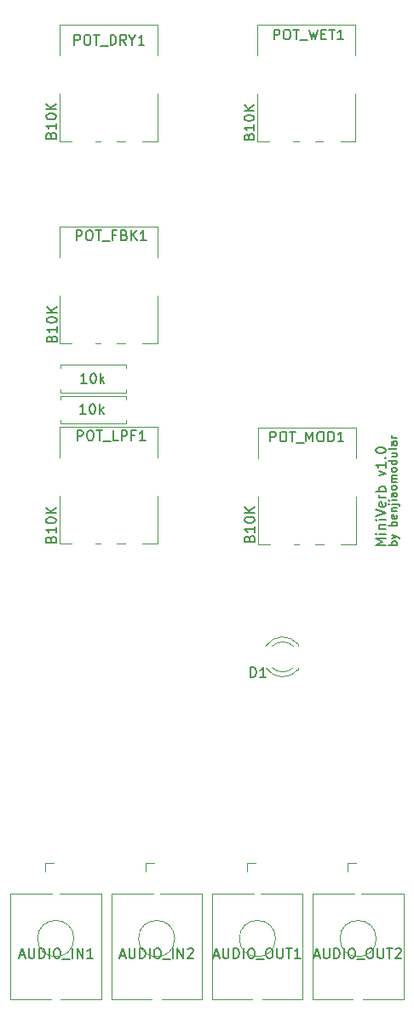
<source format=gbr>
%TF.GenerationSoftware,KiCad,Pcbnew,6.0.10+dfsg-1~bpo11+1*%
%TF.CreationDate,2023-02-01T14:50:13+08:00*%
%TF.ProjectId,MiniVerb - Main,4d696e69-5665-4726-9220-2d204d61696e,rev?*%
%TF.SameCoordinates,Original*%
%TF.FileFunction,Legend,Top*%
%TF.FilePolarity,Positive*%
%FSLAX46Y46*%
G04 Gerber Fmt 4.6, Leading zero omitted, Abs format (unit mm)*
G04 Created by KiCad (PCBNEW 6.0.10+dfsg-1~bpo11+1) date 2023-02-01 14:50:13*
%MOMM*%
%LPD*%
G01*
G04 APERTURE LIST*
%ADD10C,0.150000*%
%ADD11C,0.120000*%
G04 APERTURE END LIST*
D10*
X112742380Y-102803333D02*
X111742380Y-102803333D01*
X112456666Y-102470000D01*
X111742380Y-102136666D01*
X112742380Y-102136666D01*
X112742380Y-101660476D02*
X112075714Y-101660476D01*
X111742380Y-101660476D02*
X111790000Y-101708095D01*
X111837619Y-101660476D01*
X111790000Y-101612857D01*
X111742380Y-101660476D01*
X111837619Y-101660476D01*
X112075714Y-101184285D02*
X112742380Y-101184285D01*
X112170952Y-101184285D02*
X112123333Y-101136666D01*
X112075714Y-101041428D01*
X112075714Y-100898571D01*
X112123333Y-100803333D01*
X112218571Y-100755714D01*
X112742380Y-100755714D01*
X112742380Y-100279523D02*
X112075714Y-100279523D01*
X111742380Y-100279523D02*
X111790000Y-100327142D01*
X111837619Y-100279523D01*
X111790000Y-100231904D01*
X111742380Y-100279523D01*
X111837619Y-100279523D01*
X111742380Y-99946190D02*
X112742380Y-99612857D01*
X111742380Y-99279523D01*
X112694761Y-98565238D02*
X112742380Y-98660476D01*
X112742380Y-98850952D01*
X112694761Y-98946190D01*
X112599523Y-98993809D01*
X112218571Y-98993809D01*
X112123333Y-98946190D01*
X112075714Y-98850952D01*
X112075714Y-98660476D01*
X112123333Y-98565238D01*
X112218571Y-98517619D01*
X112313809Y-98517619D01*
X112409047Y-98993809D01*
X112742380Y-98089047D02*
X112075714Y-98089047D01*
X112266190Y-98089047D02*
X112170952Y-98041428D01*
X112123333Y-97993809D01*
X112075714Y-97898571D01*
X112075714Y-97803333D01*
X112742380Y-97470000D02*
X111742380Y-97470000D01*
X112123333Y-97470000D02*
X112075714Y-97374761D01*
X112075714Y-97184285D01*
X112123333Y-97089047D01*
X112170952Y-97041428D01*
X112266190Y-96993809D01*
X112551904Y-96993809D01*
X112647142Y-97041428D01*
X112694761Y-97089047D01*
X112742380Y-97184285D01*
X112742380Y-97374761D01*
X112694761Y-97470000D01*
X112075714Y-95898571D02*
X112742380Y-95660476D01*
X112075714Y-95422380D01*
X112742380Y-94517619D02*
X112742380Y-95089047D01*
X112742380Y-94803333D02*
X111742380Y-94803333D01*
X111885238Y-94898571D01*
X111980476Y-94993809D01*
X112028095Y-95089047D01*
X112647142Y-94089047D02*
X112694761Y-94041428D01*
X112742380Y-94089047D01*
X112694761Y-94136666D01*
X112647142Y-94089047D01*
X112742380Y-94089047D01*
X111742380Y-93422380D02*
X111742380Y-93327142D01*
X111790000Y-93231904D01*
X111837619Y-93184285D01*
X111932857Y-93136666D01*
X112123333Y-93089047D01*
X112361428Y-93089047D01*
X112551904Y-93136666D01*
X112647142Y-93184285D01*
X112694761Y-93231904D01*
X112742380Y-93327142D01*
X112742380Y-93422380D01*
X112694761Y-93517619D01*
X112647142Y-93565238D01*
X112551904Y-93612857D01*
X112361428Y-93660476D01*
X112123333Y-93660476D01*
X111932857Y-93612857D01*
X111837619Y-93565238D01*
X111790000Y-93517619D01*
X111742380Y-93422380D01*
X113851904Y-102800476D02*
X113051904Y-102800476D01*
X113356666Y-102800476D02*
X113318571Y-102724285D01*
X113318571Y-102571904D01*
X113356666Y-102495714D01*
X113394761Y-102457619D01*
X113470952Y-102419523D01*
X113699523Y-102419523D01*
X113775714Y-102457619D01*
X113813809Y-102495714D01*
X113851904Y-102571904D01*
X113851904Y-102724285D01*
X113813809Y-102800476D01*
X113318571Y-102152857D02*
X113851904Y-101962380D01*
X113318571Y-101771904D02*
X113851904Y-101962380D01*
X114042380Y-102038571D01*
X114080476Y-102076666D01*
X114118571Y-102152857D01*
X113851904Y-100857619D02*
X113051904Y-100857619D01*
X113356666Y-100857619D02*
X113318571Y-100781428D01*
X113318571Y-100629047D01*
X113356666Y-100552857D01*
X113394761Y-100514761D01*
X113470952Y-100476666D01*
X113699523Y-100476666D01*
X113775714Y-100514761D01*
X113813809Y-100552857D01*
X113851904Y-100629047D01*
X113851904Y-100781428D01*
X113813809Y-100857619D01*
X113813809Y-99829047D02*
X113851904Y-99905238D01*
X113851904Y-100057619D01*
X113813809Y-100133809D01*
X113737619Y-100171904D01*
X113432857Y-100171904D01*
X113356666Y-100133809D01*
X113318571Y-100057619D01*
X113318571Y-99905238D01*
X113356666Y-99829047D01*
X113432857Y-99790952D01*
X113509047Y-99790952D01*
X113585238Y-100171904D01*
X113318571Y-99448095D02*
X113851904Y-99448095D01*
X113394761Y-99448095D02*
X113356666Y-99410000D01*
X113318571Y-99333809D01*
X113318571Y-99219523D01*
X113356666Y-99143333D01*
X113432857Y-99105238D01*
X113851904Y-99105238D01*
X113318571Y-98724285D02*
X114004285Y-98724285D01*
X114080476Y-98762380D01*
X114118571Y-98838571D01*
X114118571Y-98876666D01*
X113051904Y-98724285D02*
X113090000Y-98762380D01*
X113128095Y-98724285D01*
X113090000Y-98686190D01*
X113051904Y-98724285D01*
X113128095Y-98724285D01*
X113851904Y-98343333D02*
X113318571Y-98343333D01*
X113051904Y-98343333D02*
X113090000Y-98381428D01*
X113128095Y-98343333D01*
X113090000Y-98305238D01*
X113051904Y-98343333D01*
X113128095Y-98343333D01*
X113851904Y-97619523D02*
X113432857Y-97619523D01*
X113356666Y-97657619D01*
X113318571Y-97733809D01*
X113318571Y-97886190D01*
X113356666Y-97962380D01*
X113813809Y-97619523D02*
X113851904Y-97695714D01*
X113851904Y-97886190D01*
X113813809Y-97962380D01*
X113737619Y-98000476D01*
X113661428Y-98000476D01*
X113585238Y-97962380D01*
X113547142Y-97886190D01*
X113547142Y-97695714D01*
X113509047Y-97619523D01*
X113851904Y-97124285D02*
X113813809Y-97200476D01*
X113775714Y-97238571D01*
X113699523Y-97276666D01*
X113470952Y-97276666D01*
X113394761Y-97238571D01*
X113356666Y-97200476D01*
X113318571Y-97124285D01*
X113318571Y-97010000D01*
X113356666Y-96933809D01*
X113394761Y-96895714D01*
X113470952Y-96857619D01*
X113699523Y-96857619D01*
X113775714Y-96895714D01*
X113813809Y-96933809D01*
X113851904Y-97010000D01*
X113851904Y-97124285D01*
X113851904Y-96514761D02*
X113318571Y-96514761D01*
X113394761Y-96514761D02*
X113356666Y-96476666D01*
X113318571Y-96400476D01*
X113318571Y-96286190D01*
X113356666Y-96210000D01*
X113432857Y-96171904D01*
X113851904Y-96171904D01*
X113432857Y-96171904D02*
X113356666Y-96133809D01*
X113318571Y-96057619D01*
X113318571Y-95943333D01*
X113356666Y-95867142D01*
X113432857Y-95829047D01*
X113851904Y-95829047D01*
X113851904Y-95333809D02*
X113813809Y-95410000D01*
X113775714Y-95448095D01*
X113699523Y-95486190D01*
X113470952Y-95486190D01*
X113394761Y-95448095D01*
X113356666Y-95410000D01*
X113318571Y-95333809D01*
X113318571Y-95219523D01*
X113356666Y-95143333D01*
X113394761Y-95105238D01*
X113470952Y-95067142D01*
X113699523Y-95067142D01*
X113775714Y-95105238D01*
X113813809Y-95143333D01*
X113851904Y-95219523D01*
X113851904Y-95333809D01*
X113851904Y-94381428D02*
X113051904Y-94381428D01*
X113813809Y-94381428D02*
X113851904Y-94457619D01*
X113851904Y-94610000D01*
X113813809Y-94686190D01*
X113775714Y-94724285D01*
X113699523Y-94762380D01*
X113470952Y-94762380D01*
X113394761Y-94724285D01*
X113356666Y-94686190D01*
X113318571Y-94610000D01*
X113318571Y-94457619D01*
X113356666Y-94381428D01*
X113318571Y-93657619D02*
X113851904Y-93657619D01*
X113318571Y-94000476D02*
X113737619Y-94000476D01*
X113813809Y-93962380D01*
X113851904Y-93886190D01*
X113851904Y-93771904D01*
X113813809Y-93695714D01*
X113775714Y-93657619D01*
X113851904Y-93162380D02*
X113813809Y-93238571D01*
X113737619Y-93276666D01*
X113051904Y-93276666D01*
X113851904Y-92514761D02*
X113432857Y-92514761D01*
X113356666Y-92552857D01*
X113318571Y-92629047D01*
X113318571Y-92781428D01*
X113356666Y-92857619D01*
X113813809Y-92514761D02*
X113851904Y-92590952D01*
X113851904Y-92781428D01*
X113813809Y-92857619D01*
X113737619Y-92895714D01*
X113661428Y-92895714D01*
X113585238Y-92857619D01*
X113547142Y-92781428D01*
X113547142Y-92590952D01*
X113509047Y-92514761D01*
X113851904Y-92133809D02*
X113318571Y-92133809D01*
X113470952Y-92133809D02*
X113394761Y-92095714D01*
X113356666Y-92057619D01*
X113318571Y-91981428D01*
X113318571Y-91905238D01*
%TO.C,AUDIO_OUT1*%
X95660379Y-143569578D02*
X96136569Y-143569578D01*
X95565141Y-143855292D02*
X95898474Y-142855292D01*
X96231807Y-143855292D01*
X96565141Y-142855292D02*
X96565141Y-143664816D01*
X96612760Y-143760054D01*
X96660379Y-143807673D01*
X96755617Y-143855292D01*
X96946093Y-143855292D01*
X97041331Y-143807673D01*
X97088950Y-143760054D01*
X97136569Y-143664816D01*
X97136569Y-142855292D01*
X97612760Y-143855292D02*
X97612760Y-142855292D01*
X97850855Y-142855292D01*
X97993712Y-142902912D01*
X98088950Y-142998150D01*
X98136569Y-143093388D01*
X98184188Y-143283864D01*
X98184188Y-143426721D01*
X98136569Y-143617197D01*
X98088950Y-143712435D01*
X97993712Y-143807673D01*
X97850855Y-143855292D01*
X97612760Y-143855292D01*
X98612760Y-143855292D02*
X98612760Y-142855292D01*
X99279426Y-142855292D02*
X99469903Y-142855292D01*
X99565141Y-142902912D01*
X99660379Y-142998150D01*
X99707998Y-143188626D01*
X99707998Y-143521959D01*
X99660379Y-143712435D01*
X99565141Y-143807673D01*
X99469903Y-143855292D01*
X99279426Y-143855292D01*
X99184188Y-143807673D01*
X99088950Y-143712435D01*
X99041331Y-143521959D01*
X99041331Y-143188626D01*
X99088950Y-142998150D01*
X99184188Y-142902912D01*
X99279426Y-142855292D01*
X99898474Y-143950531D02*
X100660379Y-143950531D01*
X101088950Y-142855292D02*
X101279426Y-142855292D01*
X101374664Y-142902912D01*
X101469903Y-142998150D01*
X101517522Y-143188626D01*
X101517522Y-143521959D01*
X101469903Y-143712435D01*
X101374664Y-143807673D01*
X101279426Y-143855292D01*
X101088950Y-143855292D01*
X100993712Y-143807673D01*
X100898474Y-143712435D01*
X100850855Y-143521959D01*
X100850855Y-143188626D01*
X100898474Y-142998150D01*
X100993712Y-142902912D01*
X101088950Y-142855292D01*
X101946093Y-142855292D02*
X101946093Y-143664816D01*
X101993712Y-143760054D01*
X102041331Y-143807673D01*
X102136569Y-143855292D01*
X102327045Y-143855292D01*
X102422283Y-143807673D01*
X102469903Y-143760054D01*
X102517522Y-143664816D01*
X102517522Y-142855292D01*
X102850855Y-142855292D02*
X103422283Y-142855292D01*
X103136569Y-143855292D02*
X103136569Y-142855292D01*
X104279426Y-143855292D02*
X103707998Y-143855292D01*
X103993712Y-143855292D02*
X103993712Y-142855292D01*
X103898474Y-142998150D01*
X103803236Y-143093388D01*
X103707998Y-143141007D01*
%TO.C,POT_FBK1*%
X81997619Y-72502380D02*
X81997619Y-71502380D01*
X82378571Y-71502380D01*
X82473809Y-71550000D01*
X82521428Y-71597619D01*
X82569047Y-71692857D01*
X82569047Y-71835714D01*
X82521428Y-71930952D01*
X82473809Y-71978571D01*
X82378571Y-72026190D01*
X81997619Y-72026190D01*
X83188095Y-71502380D02*
X83378571Y-71502380D01*
X83473809Y-71550000D01*
X83569047Y-71645238D01*
X83616666Y-71835714D01*
X83616666Y-72169047D01*
X83569047Y-72359523D01*
X83473809Y-72454761D01*
X83378571Y-72502380D01*
X83188095Y-72502380D01*
X83092857Y-72454761D01*
X82997619Y-72359523D01*
X82950000Y-72169047D01*
X82950000Y-71835714D01*
X82997619Y-71645238D01*
X83092857Y-71550000D01*
X83188095Y-71502380D01*
X83902380Y-71502380D02*
X84473809Y-71502380D01*
X84188095Y-72502380D02*
X84188095Y-71502380D01*
X84569047Y-72597619D02*
X85330952Y-72597619D01*
X85902380Y-71978571D02*
X85569047Y-71978571D01*
X85569047Y-72502380D02*
X85569047Y-71502380D01*
X86045238Y-71502380D01*
X86759523Y-71978571D02*
X86902380Y-72026190D01*
X86950000Y-72073809D01*
X86997619Y-72169047D01*
X86997619Y-72311904D01*
X86950000Y-72407142D01*
X86902380Y-72454761D01*
X86807142Y-72502380D01*
X86426190Y-72502380D01*
X86426190Y-71502380D01*
X86759523Y-71502380D01*
X86854761Y-71550000D01*
X86902380Y-71597619D01*
X86950000Y-71692857D01*
X86950000Y-71788095D01*
X86902380Y-71883333D01*
X86854761Y-71930952D01*
X86759523Y-71978571D01*
X86426190Y-71978571D01*
X87426190Y-72502380D02*
X87426190Y-71502380D01*
X87997619Y-72502380D02*
X87569047Y-71930952D01*
X87997619Y-71502380D02*
X87426190Y-72073809D01*
X88950000Y-72502380D02*
X88378571Y-72502380D01*
X88664285Y-72502380D02*
X88664285Y-71502380D01*
X88569047Y-71645238D01*
X88473809Y-71740476D01*
X88378571Y-71788095D01*
X79528571Y-82255952D02*
X79576190Y-82113095D01*
X79623809Y-82065476D01*
X79719047Y-82017857D01*
X79861904Y-82017857D01*
X79957142Y-82065476D01*
X80004761Y-82113095D01*
X80052380Y-82208333D01*
X80052380Y-82589285D01*
X79052380Y-82589285D01*
X79052380Y-82255952D01*
X79100000Y-82160714D01*
X79147619Y-82113095D01*
X79242857Y-82065476D01*
X79338095Y-82065476D01*
X79433333Y-82113095D01*
X79480952Y-82160714D01*
X79528571Y-82255952D01*
X79528571Y-82589285D01*
X80052380Y-81065476D02*
X80052380Y-81636904D01*
X80052380Y-81351190D02*
X79052380Y-81351190D01*
X79195238Y-81446428D01*
X79290476Y-81541666D01*
X79338095Y-81636904D01*
X79052380Y-80446428D02*
X79052380Y-80351190D01*
X79100000Y-80255952D01*
X79147619Y-80208333D01*
X79242857Y-80160714D01*
X79433333Y-80113095D01*
X79671428Y-80113095D01*
X79861904Y-80160714D01*
X79957142Y-80208333D01*
X80004761Y-80255952D01*
X80052380Y-80351190D01*
X80052380Y-80446428D01*
X80004761Y-80541666D01*
X79957142Y-80589285D01*
X79861904Y-80636904D01*
X79671428Y-80684523D01*
X79433333Y-80684523D01*
X79242857Y-80636904D01*
X79147619Y-80589285D01*
X79100000Y-80541666D01*
X79052380Y-80446428D01*
X80052380Y-79684523D02*
X79052380Y-79684523D01*
X80052380Y-79113095D02*
X79480952Y-79541666D01*
X79052380Y-79113095D02*
X79623809Y-79684523D01*
%TO.C,POT_DRY1*%
X81802619Y-53072380D02*
X81802619Y-52072380D01*
X82183571Y-52072380D01*
X82278809Y-52120000D01*
X82326428Y-52167619D01*
X82374047Y-52262857D01*
X82374047Y-52405714D01*
X82326428Y-52500952D01*
X82278809Y-52548571D01*
X82183571Y-52596190D01*
X81802619Y-52596190D01*
X82993095Y-52072380D02*
X83183571Y-52072380D01*
X83278809Y-52120000D01*
X83374047Y-52215238D01*
X83421666Y-52405714D01*
X83421666Y-52739047D01*
X83374047Y-52929523D01*
X83278809Y-53024761D01*
X83183571Y-53072380D01*
X82993095Y-53072380D01*
X82897857Y-53024761D01*
X82802619Y-52929523D01*
X82755000Y-52739047D01*
X82755000Y-52405714D01*
X82802619Y-52215238D01*
X82897857Y-52120000D01*
X82993095Y-52072380D01*
X83707380Y-52072380D02*
X84278809Y-52072380D01*
X83993095Y-53072380D02*
X83993095Y-52072380D01*
X84374047Y-53167619D02*
X85135952Y-53167619D01*
X85374047Y-53072380D02*
X85374047Y-52072380D01*
X85612142Y-52072380D01*
X85755000Y-52120000D01*
X85850238Y-52215238D01*
X85897857Y-52310476D01*
X85945476Y-52500952D01*
X85945476Y-52643809D01*
X85897857Y-52834285D01*
X85850238Y-52929523D01*
X85755000Y-53024761D01*
X85612142Y-53072380D01*
X85374047Y-53072380D01*
X86945476Y-53072380D02*
X86612142Y-52596190D01*
X86374047Y-53072380D02*
X86374047Y-52072380D01*
X86755000Y-52072380D01*
X86850238Y-52120000D01*
X86897857Y-52167619D01*
X86945476Y-52262857D01*
X86945476Y-52405714D01*
X86897857Y-52500952D01*
X86850238Y-52548571D01*
X86755000Y-52596190D01*
X86374047Y-52596190D01*
X87564523Y-52596190D02*
X87564523Y-53072380D01*
X87231190Y-52072380D02*
X87564523Y-52596190D01*
X87897857Y-52072380D01*
X88755000Y-53072380D02*
X88183571Y-53072380D01*
X88469285Y-53072380D02*
X88469285Y-52072380D01*
X88374047Y-52215238D01*
X88278809Y-52310476D01*
X88183571Y-52358095D01*
X79453571Y-62055952D02*
X79501190Y-61913095D01*
X79548809Y-61865476D01*
X79644047Y-61817857D01*
X79786904Y-61817857D01*
X79882142Y-61865476D01*
X79929761Y-61913095D01*
X79977380Y-62008333D01*
X79977380Y-62389285D01*
X78977380Y-62389285D01*
X78977380Y-62055952D01*
X79025000Y-61960714D01*
X79072619Y-61913095D01*
X79167857Y-61865476D01*
X79263095Y-61865476D01*
X79358333Y-61913095D01*
X79405952Y-61960714D01*
X79453571Y-62055952D01*
X79453571Y-62389285D01*
X79977380Y-60865476D02*
X79977380Y-61436904D01*
X79977380Y-61151190D02*
X78977380Y-61151190D01*
X79120238Y-61246428D01*
X79215476Y-61341666D01*
X79263095Y-61436904D01*
X78977380Y-60246428D02*
X78977380Y-60151190D01*
X79025000Y-60055952D01*
X79072619Y-60008333D01*
X79167857Y-59960714D01*
X79358333Y-59913095D01*
X79596428Y-59913095D01*
X79786904Y-59960714D01*
X79882142Y-60008333D01*
X79929761Y-60055952D01*
X79977380Y-60151190D01*
X79977380Y-60246428D01*
X79929761Y-60341666D01*
X79882142Y-60389285D01*
X79786904Y-60436904D01*
X79596428Y-60484523D01*
X79358333Y-60484523D01*
X79167857Y-60436904D01*
X79072619Y-60389285D01*
X79025000Y-60341666D01*
X78977380Y-60246428D01*
X79977380Y-59484523D02*
X78977380Y-59484523D01*
X79977380Y-58913095D02*
X79405952Y-59341666D01*
X78977380Y-58913095D02*
X79548809Y-59484523D01*
%TO.C,R1*%
X83004761Y-86702380D02*
X82433333Y-86702380D01*
X82719047Y-86702380D02*
X82719047Y-85702380D01*
X82623809Y-85845238D01*
X82528571Y-85940476D01*
X82433333Y-85988095D01*
X83623809Y-85702380D02*
X83719047Y-85702380D01*
X83814285Y-85750000D01*
X83861904Y-85797619D01*
X83909523Y-85892857D01*
X83957142Y-86083333D01*
X83957142Y-86321428D01*
X83909523Y-86511904D01*
X83861904Y-86607142D01*
X83814285Y-86654761D01*
X83719047Y-86702380D01*
X83623809Y-86702380D01*
X83528571Y-86654761D01*
X83480952Y-86607142D01*
X83433333Y-86511904D01*
X83385714Y-86321428D01*
X83385714Y-86083333D01*
X83433333Y-85892857D01*
X83480952Y-85797619D01*
X83528571Y-85750000D01*
X83623809Y-85702380D01*
X84385714Y-86702380D02*
X84385714Y-85702380D01*
X84480952Y-86321428D02*
X84766666Y-86702380D01*
X84766666Y-86035714D02*
X84385714Y-86416666D01*
%TO.C,AUDIO_IN2*%
X86332142Y-143569578D02*
X86808333Y-143569578D01*
X86236904Y-143855292D02*
X86570238Y-142855292D01*
X86903571Y-143855292D01*
X87236904Y-142855292D02*
X87236904Y-143664816D01*
X87284523Y-143760054D01*
X87332142Y-143807673D01*
X87427380Y-143855292D01*
X87617857Y-143855292D01*
X87713095Y-143807673D01*
X87760714Y-143760054D01*
X87808333Y-143664816D01*
X87808333Y-142855292D01*
X88284523Y-143855292D02*
X88284523Y-142855292D01*
X88522619Y-142855292D01*
X88665476Y-142902912D01*
X88760714Y-142998150D01*
X88808333Y-143093388D01*
X88855952Y-143283864D01*
X88855952Y-143426721D01*
X88808333Y-143617197D01*
X88760714Y-143712435D01*
X88665476Y-143807673D01*
X88522619Y-143855292D01*
X88284523Y-143855292D01*
X89284523Y-143855292D02*
X89284523Y-142855292D01*
X89951190Y-142855292D02*
X90141666Y-142855292D01*
X90236904Y-142902912D01*
X90332142Y-142998150D01*
X90379761Y-143188626D01*
X90379761Y-143521959D01*
X90332142Y-143712435D01*
X90236904Y-143807673D01*
X90141666Y-143855292D01*
X89951190Y-143855292D01*
X89855952Y-143807673D01*
X89760714Y-143712435D01*
X89713095Y-143521959D01*
X89713095Y-143188626D01*
X89760714Y-142998150D01*
X89855952Y-142902912D01*
X89951190Y-142855292D01*
X90570238Y-143950531D02*
X91332142Y-143950531D01*
X91570238Y-143855292D02*
X91570238Y-142855292D01*
X92046428Y-143855292D02*
X92046428Y-142855292D01*
X92617857Y-143855292D01*
X92617857Y-142855292D01*
X93046428Y-142950531D02*
X93094047Y-142902912D01*
X93189285Y-142855292D01*
X93427380Y-142855292D01*
X93522619Y-142902912D01*
X93570238Y-142950531D01*
X93617857Y-143045769D01*
X93617857Y-143141007D01*
X93570238Y-143283864D01*
X92998809Y-143855292D01*
X93617857Y-143855292D01*
%TO.C,AUDIO_IN1*%
X76357142Y-143566666D02*
X76833333Y-143566666D01*
X76261904Y-143852380D02*
X76595238Y-142852380D01*
X76928571Y-143852380D01*
X77261904Y-142852380D02*
X77261904Y-143661904D01*
X77309523Y-143757142D01*
X77357142Y-143804761D01*
X77452380Y-143852380D01*
X77642857Y-143852380D01*
X77738095Y-143804761D01*
X77785714Y-143757142D01*
X77833333Y-143661904D01*
X77833333Y-142852380D01*
X78309523Y-143852380D02*
X78309523Y-142852380D01*
X78547619Y-142852380D01*
X78690476Y-142900000D01*
X78785714Y-142995238D01*
X78833333Y-143090476D01*
X78880952Y-143280952D01*
X78880952Y-143423809D01*
X78833333Y-143614285D01*
X78785714Y-143709523D01*
X78690476Y-143804761D01*
X78547619Y-143852380D01*
X78309523Y-143852380D01*
X79309523Y-143852380D02*
X79309523Y-142852380D01*
X79976190Y-142852380D02*
X80166666Y-142852380D01*
X80261904Y-142900000D01*
X80357142Y-142995238D01*
X80404761Y-143185714D01*
X80404761Y-143519047D01*
X80357142Y-143709523D01*
X80261904Y-143804761D01*
X80166666Y-143852380D01*
X79976190Y-143852380D01*
X79880952Y-143804761D01*
X79785714Y-143709523D01*
X79738095Y-143519047D01*
X79738095Y-143185714D01*
X79785714Y-142995238D01*
X79880952Y-142900000D01*
X79976190Y-142852380D01*
X80595238Y-143947619D02*
X81357142Y-143947619D01*
X81595238Y-143852380D02*
X81595238Y-142852380D01*
X82071428Y-143852380D02*
X82071428Y-142852380D01*
X82642857Y-143852380D01*
X82642857Y-142852380D01*
X83642857Y-143852380D02*
X83071428Y-143852380D01*
X83357142Y-143852380D02*
X83357142Y-142852380D01*
X83261904Y-142995238D01*
X83166666Y-143090476D01*
X83071428Y-143138095D01*
%TO.C,POT_WET1*%
X101641428Y-52537380D02*
X101641428Y-51537380D01*
X102022380Y-51537380D01*
X102117619Y-51585000D01*
X102165238Y-51632619D01*
X102212857Y-51727857D01*
X102212857Y-51870714D01*
X102165238Y-51965952D01*
X102117619Y-52013571D01*
X102022380Y-52061190D01*
X101641428Y-52061190D01*
X102831904Y-51537380D02*
X103022380Y-51537380D01*
X103117619Y-51585000D01*
X103212857Y-51680238D01*
X103260476Y-51870714D01*
X103260476Y-52204047D01*
X103212857Y-52394523D01*
X103117619Y-52489761D01*
X103022380Y-52537380D01*
X102831904Y-52537380D01*
X102736666Y-52489761D01*
X102641428Y-52394523D01*
X102593809Y-52204047D01*
X102593809Y-51870714D01*
X102641428Y-51680238D01*
X102736666Y-51585000D01*
X102831904Y-51537380D01*
X103546190Y-51537380D02*
X104117619Y-51537380D01*
X103831904Y-52537380D02*
X103831904Y-51537380D01*
X104212857Y-52632619D02*
X104974761Y-52632619D01*
X105117619Y-51537380D02*
X105355714Y-52537380D01*
X105546190Y-51823095D01*
X105736666Y-52537380D01*
X105974761Y-51537380D01*
X106355714Y-52013571D02*
X106689047Y-52013571D01*
X106831904Y-52537380D02*
X106355714Y-52537380D01*
X106355714Y-51537380D01*
X106831904Y-51537380D01*
X107117619Y-51537380D02*
X107689047Y-51537380D01*
X107403333Y-52537380D02*
X107403333Y-51537380D01*
X108546190Y-52537380D02*
X107974761Y-52537380D01*
X108260476Y-52537380D02*
X108260476Y-51537380D01*
X108165238Y-51680238D01*
X108070000Y-51775476D01*
X107974761Y-51823095D01*
X99138571Y-62185952D02*
X99186190Y-62043095D01*
X99233809Y-61995476D01*
X99329047Y-61947857D01*
X99471904Y-61947857D01*
X99567142Y-61995476D01*
X99614761Y-62043095D01*
X99662380Y-62138333D01*
X99662380Y-62519285D01*
X98662380Y-62519285D01*
X98662380Y-62185952D01*
X98710000Y-62090714D01*
X98757619Y-62043095D01*
X98852857Y-61995476D01*
X98948095Y-61995476D01*
X99043333Y-62043095D01*
X99090952Y-62090714D01*
X99138571Y-62185952D01*
X99138571Y-62519285D01*
X99662380Y-60995476D02*
X99662380Y-61566904D01*
X99662380Y-61281190D02*
X98662380Y-61281190D01*
X98805238Y-61376428D01*
X98900476Y-61471666D01*
X98948095Y-61566904D01*
X98662380Y-60376428D02*
X98662380Y-60281190D01*
X98710000Y-60185952D01*
X98757619Y-60138333D01*
X98852857Y-60090714D01*
X99043333Y-60043095D01*
X99281428Y-60043095D01*
X99471904Y-60090714D01*
X99567142Y-60138333D01*
X99614761Y-60185952D01*
X99662380Y-60281190D01*
X99662380Y-60376428D01*
X99614761Y-60471666D01*
X99567142Y-60519285D01*
X99471904Y-60566904D01*
X99281428Y-60614523D01*
X99043333Y-60614523D01*
X98852857Y-60566904D01*
X98757619Y-60519285D01*
X98710000Y-60471666D01*
X98662380Y-60376428D01*
X99662380Y-59614523D02*
X98662380Y-59614523D01*
X99662380Y-59043095D02*
X99090952Y-59471666D01*
X98662380Y-59043095D02*
X99233809Y-59614523D01*
%TO.C,POT_LPF1*%
X82092857Y-92402380D02*
X82092857Y-91402380D01*
X82473809Y-91402380D01*
X82569047Y-91450000D01*
X82616666Y-91497619D01*
X82664285Y-91592857D01*
X82664285Y-91735714D01*
X82616666Y-91830952D01*
X82569047Y-91878571D01*
X82473809Y-91926190D01*
X82092857Y-91926190D01*
X83283333Y-91402380D02*
X83473809Y-91402380D01*
X83569047Y-91450000D01*
X83664285Y-91545238D01*
X83711904Y-91735714D01*
X83711904Y-92069047D01*
X83664285Y-92259523D01*
X83569047Y-92354761D01*
X83473809Y-92402380D01*
X83283333Y-92402380D01*
X83188095Y-92354761D01*
X83092857Y-92259523D01*
X83045238Y-92069047D01*
X83045238Y-91735714D01*
X83092857Y-91545238D01*
X83188095Y-91450000D01*
X83283333Y-91402380D01*
X83997619Y-91402380D02*
X84569047Y-91402380D01*
X84283333Y-92402380D02*
X84283333Y-91402380D01*
X84664285Y-92497619D02*
X85426190Y-92497619D01*
X86140476Y-92402380D02*
X85664285Y-92402380D01*
X85664285Y-91402380D01*
X86473809Y-92402380D02*
X86473809Y-91402380D01*
X86854761Y-91402380D01*
X86950000Y-91450000D01*
X86997619Y-91497619D01*
X87045238Y-91592857D01*
X87045238Y-91735714D01*
X86997619Y-91830952D01*
X86950000Y-91878571D01*
X86854761Y-91926190D01*
X86473809Y-91926190D01*
X87807142Y-91878571D02*
X87473809Y-91878571D01*
X87473809Y-92402380D02*
X87473809Y-91402380D01*
X87950000Y-91402380D01*
X88854761Y-92402380D02*
X88283333Y-92402380D01*
X88569047Y-92402380D02*
X88569047Y-91402380D01*
X88473809Y-91545238D01*
X88378571Y-91640476D01*
X88283333Y-91688095D01*
X79443571Y-102190952D02*
X79491190Y-102048095D01*
X79538809Y-102000476D01*
X79634047Y-101952857D01*
X79776904Y-101952857D01*
X79872142Y-102000476D01*
X79919761Y-102048095D01*
X79967380Y-102143333D01*
X79967380Y-102524285D01*
X78967380Y-102524285D01*
X78967380Y-102190952D01*
X79015000Y-102095714D01*
X79062619Y-102048095D01*
X79157857Y-102000476D01*
X79253095Y-102000476D01*
X79348333Y-102048095D01*
X79395952Y-102095714D01*
X79443571Y-102190952D01*
X79443571Y-102524285D01*
X79967380Y-101000476D02*
X79967380Y-101571904D01*
X79967380Y-101286190D02*
X78967380Y-101286190D01*
X79110238Y-101381428D01*
X79205476Y-101476666D01*
X79253095Y-101571904D01*
X78967380Y-100381428D02*
X78967380Y-100286190D01*
X79015000Y-100190952D01*
X79062619Y-100143333D01*
X79157857Y-100095714D01*
X79348333Y-100048095D01*
X79586428Y-100048095D01*
X79776904Y-100095714D01*
X79872142Y-100143333D01*
X79919761Y-100190952D01*
X79967380Y-100286190D01*
X79967380Y-100381428D01*
X79919761Y-100476666D01*
X79872142Y-100524285D01*
X79776904Y-100571904D01*
X79586428Y-100619523D01*
X79348333Y-100619523D01*
X79157857Y-100571904D01*
X79062619Y-100524285D01*
X79015000Y-100476666D01*
X78967380Y-100381428D01*
X79967380Y-99619523D02*
X78967380Y-99619523D01*
X79967380Y-99048095D02*
X79395952Y-99476666D01*
X78967380Y-99048095D02*
X79538809Y-99619523D01*
%TO.C,AUDIO_OUT2*%
X105660379Y-143569578D02*
X106136569Y-143569578D01*
X105565141Y-143855292D02*
X105898474Y-142855292D01*
X106231807Y-143855292D01*
X106565141Y-142855292D02*
X106565141Y-143664816D01*
X106612760Y-143760054D01*
X106660379Y-143807673D01*
X106755617Y-143855292D01*
X106946093Y-143855292D01*
X107041331Y-143807673D01*
X107088950Y-143760054D01*
X107136569Y-143664816D01*
X107136569Y-142855292D01*
X107612760Y-143855292D02*
X107612760Y-142855292D01*
X107850855Y-142855292D01*
X107993712Y-142902912D01*
X108088950Y-142998150D01*
X108136569Y-143093388D01*
X108184188Y-143283864D01*
X108184188Y-143426721D01*
X108136569Y-143617197D01*
X108088950Y-143712435D01*
X107993712Y-143807673D01*
X107850855Y-143855292D01*
X107612760Y-143855292D01*
X108612760Y-143855292D02*
X108612760Y-142855292D01*
X109279426Y-142855292D02*
X109469903Y-142855292D01*
X109565141Y-142902912D01*
X109660379Y-142998150D01*
X109707998Y-143188626D01*
X109707998Y-143521959D01*
X109660379Y-143712435D01*
X109565141Y-143807673D01*
X109469903Y-143855292D01*
X109279426Y-143855292D01*
X109184188Y-143807673D01*
X109088950Y-143712435D01*
X109041331Y-143521959D01*
X109041331Y-143188626D01*
X109088950Y-142998150D01*
X109184188Y-142902912D01*
X109279426Y-142855292D01*
X109898474Y-143950531D02*
X110660379Y-143950531D01*
X111088950Y-142855292D02*
X111279426Y-142855292D01*
X111374664Y-142902912D01*
X111469903Y-142998150D01*
X111517522Y-143188626D01*
X111517522Y-143521959D01*
X111469903Y-143712435D01*
X111374664Y-143807673D01*
X111279426Y-143855292D01*
X111088950Y-143855292D01*
X110993712Y-143807673D01*
X110898474Y-143712435D01*
X110850855Y-143521959D01*
X110850855Y-143188626D01*
X110898474Y-142998150D01*
X110993712Y-142902912D01*
X111088950Y-142855292D01*
X111946093Y-142855292D02*
X111946093Y-143664816D01*
X111993712Y-143760054D01*
X112041331Y-143807673D01*
X112136569Y-143855292D01*
X112327045Y-143855292D01*
X112422283Y-143807673D01*
X112469903Y-143760054D01*
X112517522Y-143664816D01*
X112517522Y-142855292D01*
X112850855Y-142855292D02*
X113422283Y-142855292D01*
X113136569Y-143855292D02*
X113136569Y-142855292D01*
X113707998Y-142950531D02*
X113755617Y-142902912D01*
X113850855Y-142855292D01*
X114088950Y-142855292D01*
X114184188Y-142902912D01*
X114231807Y-142950531D01*
X114279426Y-143045769D01*
X114279426Y-143141007D01*
X114231807Y-143283864D01*
X113660379Y-143855292D01*
X114279426Y-143855292D01*
%TO.C,POT_MOD1*%
X101270952Y-92512380D02*
X101270952Y-91512380D01*
X101651904Y-91512380D01*
X101747142Y-91560000D01*
X101794761Y-91607619D01*
X101842380Y-91702857D01*
X101842380Y-91845714D01*
X101794761Y-91940952D01*
X101747142Y-91988571D01*
X101651904Y-92036190D01*
X101270952Y-92036190D01*
X102461428Y-91512380D02*
X102651904Y-91512380D01*
X102747142Y-91560000D01*
X102842380Y-91655238D01*
X102890000Y-91845714D01*
X102890000Y-92179047D01*
X102842380Y-92369523D01*
X102747142Y-92464761D01*
X102651904Y-92512380D01*
X102461428Y-92512380D01*
X102366190Y-92464761D01*
X102270952Y-92369523D01*
X102223333Y-92179047D01*
X102223333Y-91845714D01*
X102270952Y-91655238D01*
X102366190Y-91560000D01*
X102461428Y-91512380D01*
X103175714Y-91512380D02*
X103747142Y-91512380D01*
X103461428Y-92512380D02*
X103461428Y-91512380D01*
X103842380Y-92607619D02*
X104604285Y-92607619D01*
X104842380Y-92512380D02*
X104842380Y-91512380D01*
X105175714Y-92226666D01*
X105509047Y-91512380D01*
X105509047Y-92512380D01*
X106175714Y-91512380D02*
X106366190Y-91512380D01*
X106461428Y-91560000D01*
X106556666Y-91655238D01*
X106604285Y-91845714D01*
X106604285Y-92179047D01*
X106556666Y-92369523D01*
X106461428Y-92464761D01*
X106366190Y-92512380D01*
X106175714Y-92512380D01*
X106080476Y-92464761D01*
X105985238Y-92369523D01*
X105937619Y-92179047D01*
X105937619Y-91845714D01*
X105985238Y-91655238D01*
X106080476Y-91560000D01*
X106175714Y-91512380D01*
X107032857Y-92512380D02*
X107032857Y-91512380D01*
X107270952Y-91512380D01*
X107413809Y-91560000D01*
X107509047Y-91655238D01*
X107556666Y-91750476D01*
X107604285Y-91940952D01*
X107604285Y-92083809D01*
X107556666Y-92274285D01*
X107509047Y-92369523D01*
X107413809Y-92464761D01*
X107270952Y-92512380D01*
X107032857Y-92512380D01*
X108556666Y-92512380D02*
X107985238Y-92512380D01*
X108270952Y-92512380D02*
X108270952Y-91512380D01*
X108175714Y-91655238D01*
X108080476Y-91750476D01*
X107985238Y-91798095D01*
X99198571Y-102130952D02*
X99246190Y-101988095D01*
X99293809Y-101940476D01*
X99389047Y-101892857D01*
X99531904Y-101892857D01*
X99627142Y-101940476D01*
X99674761Y-101988095D01*
X99722380Y-102083333D01*
X99722380Y-102464285D01*
X98722380Y-102464285D01*
X98722380Y-102130952D01*
X98770000Y-102035714D01*
X98817619Y-101988095D01*
X98912857Y-101940476D01*
X99008095Y-101940476D01*
X99103333Y-101988095D01*
X99150952Y-102035714D01*
X99198571Y-102130952D01*
X99198571Y-102464285D01*
X99722380Y-100940476D02*
X99722380Y-101511904D01*
X99722380Y-101226190D02*
X98722380Y-101226190D01*
X98865238Y-101321428D01*
X98960476Y-101416666D01*
X99008095Y-101511904D01*
X98722380Y-100321428D02*
X98722380Y-100226190D01*
X98770000Y-100130952D01*
X98817619Y-100083333D01*
X98912857Y-100035714D01*
X99103333Y-99988095D01*
X99341428Y-99988095D01*
X99531904Y-100035714D01*
X99627142Y-100083333D01*
X99674761Y-100130952D01*
X99722380Y-100226190D01*
X99722380Y-100321428D01*
X99674761Y-100416666D01*
X99627142Y-100464285D01*
X99531904Y-100511904D01*
X99341428Y-100559523D01*
X99103333Y-100559523D01*
X98912857Y-100511904D01*
X98817619Y-100464285D01*
X98770000Y-100416666D01*
X98722380Y-100321428D01*
X99722380Y-99559523D02*
X98722380Y-99559523D01*
X99722380Y-98988095D02*
X99150952Y-99416666D01*
X98722380Y-98988095D02*
X99293809Y-99559523D01*
%TO.C,R16*%
X82934761Y-89752380D02*
X82363333Y-89752380D01*
X82649047Y-89752380D02*
X82649047Y-88752380D01*
X82553809Y-88895238D01*
X82458571Y-88990476D01*
X82363333Y-89038095D01*
X83553809Y-88752380D02*
X83649047Y-88752380D01*
X83744285Y-88800000D01*
X83791904Y-88847619D01*
X83839523Y-88942857D01*
X83887142Y-89133333D01*
X83887142Y-89371428D01*
X83839523Y-89561904D01*
X83791904Y-89657142D01*
X83744285Y-89704761D01*
X83649047Y-89752380D01*
X83553809Y-89752380D01*
X83458571Y-89704761D01*
X83410952Y-89657142D01*
X83363333Y-89561904D01*
X83315714Y-89371428D01*
X83315714Y-89133333D01*
X83363333Y-88942857D01*
X83410952Y-88847619D01*
X83458571Y-88800000D01*
X83553809Y-88752380D01*
X84315714Y-89752380D02*
X84315714Y-88752380D01*
X84410952Y-89371428D02*
X84696666Y-89752380D01*
X84696666Y-89085714D02*
X84315714Y-89466666D01*
%TO.C,D1*%
X99311904Y-115927380D02*
X99311904Y-114927380D01*
X99550000Y-114927380D01*
X99692857Y-114975000D01*
X99788095Y-115070238D01*
X99835714Y-115165476D01*
X99883333Y-115355952D01*
X99883333Y-115498809D01*
X99835714Y-115689285D01*
X99788095Y-115784523D01*
X99692857Y-115879761D01*
X99550000Y-115927380D01*
X99311904Y-115927380D01*
X100835714Y-115927380D02*
X100264285Y-115927380D01*
X100550000Y-115927380D02*
X100550000Y-114927380D01*
X100454761Y-115070238D01*
X100359523Y-115165476D01*
X100264285Y-115213095D01*
D11*
%TO.C,AUDIO_OUT1*%
X98935000Y-134414000D02*
X99795000Y-134414000D01*
X104495000Y-137394000D02*
X100345000Y-137394000D01*
X99495000Y-147894000D02*
X95495000Y-147894000D01*
X95495000Y-137394000D02*
X95495000Y-147894000D01*
X98935000Y-134414000D02*
X98935000Y-135214000D01*
X104495000Y-147894000D02*
X100495000Y-147894000D01*
X104495000Y-137394000D02*
X104495000Y-147894000D01*
X99645000Y-137394000D02*
X95495000Y-137394000D01*
X101795000Y-141894000D02*
G75*
G03*
X101795000Y-141894000I-1800000J0D01*
G01*
%TO.C,POT_FBK1*%
X81510000Y-82695000D02*
X80330000Y-82695000D01*
X90070000Y-74165000D02*
X90070000Y-71105000D01*
X90070000Y-71105000D02*
X80330000Y-71105000D01*
X90070000Y-82695000D02*
X88580000Y-82695000D01*
X90070000Y-82695000D02*
X90070000Y-77975000D01*
X80320000Y-82695000D02*
X80320000Y-77975000D01*
X80330000Y-74165000D02*
X80330000Y-71105000D01*
X84410000Y-82695000D02*
X83880000Y-82695000D01*
X86860000Y-82695000D02*
X86030000Y-82695000D01*
%TO.C,POT_DRY1*%
X90045000Y-62645000D02*
X88555000Y-62645000D01*
X80305000Y-54115000D02*
X80305000Y-51055000D01*
X84385000Y-62645000D02*
X83855000Y-62645000D01*
X80295000Y-62645000D02*
X80295000Y-57925000D01*
X81485000Y-62645000D02*
X80305000Y-62645000D01*
X90045000Y-54115000D02*
X90045000Y-51055000D01*
X86835000Y-62645000D02*
X86005000Y-62645000D01*
X90045000Y-51055000D02*
X80305000Y-51055000D01*
X90045000Y-62645000D02*
X90045000Y-57925000D01*
%TO.C,R1*%
X80405000Y-84880000D02*
X80405000Y-85210000D01*
X86945000Y-85210000D02*
X86945000Y-84880000D01*
X86945000Y-84880000D02*
X80405000Y-84880000D01*
X80405000Y-87620000D02*
X80405000Y-87290000D01*
X86945000Y-87290000D02*
X86945000Y-87620000D01*
X86945000Y-87620000D02*
X80405000Y-87620000D01*
%TO.C,AUDIO_IN2*%
X94471000Y-137394000D02*
X90321000Y-137394000D01*
X89471000Y-147894000D02*
X85471000Y-147894000D01*
X88911000Y-134414000D02*
X88911000Y-135214000D01*
X94471000Y-137394000D02*
X94471000Y-147894000D01*
X85471000Y-137394000D02*
X85471000Y-147894000D01*
X88911000Y-134414000D02*
X89771000Y-134414000D01*
X89621000Y-137394000D02*
X85471000Y-137394000D01*
X94471000Y-147894000D02*
X90471000Y-147894000D01*
X91771000Y-141894000D02*
G75*
G03*
X91771000Y-141894000I-1800000J0D01*
G01*
%TO.C,AUDIO_IN1*%
X79595000Y-137394000D02*
X75445000Y-137394000D01*
X84445000Y-137394000D02*
X80295000Y-137394000D01*
X84445000Y-147894000D02*
X80445000Y-147894000D01*
X84445000Y-137394000D02*
X84445000Y-147894000D01*
X79445000Y-147894000D02*
X75445000Y-147894000D01*
X78885000Y-134414000D02*
X78885000Y-135214000D01*
X75445000Y-137394000D02*
X75445000Y-147894000D01*
X78885000Y-134414000D02*
X79745000Y-134414000D01*
X81745000Y-141894000D02*
G75*
G03*
X81745000Y-141894000I-1800000J0D01*
G01*
%TO.C,POT_WET1*%
X99995000Y-62670000D02*
X99995000Y-57950000D01*
X101185000Y-62670000D02*
X100005000Y-62670000D01*
X109745000Y-62670000D02*
X109745000Y-57950000D01*
X109745000Y-62670000D02*
X108255000Y-62670000D01*
X106535000Y-62670000D02*
X105705000Y-62670000D01*
X104085000Y-62670000D02*
X103555000Y-62670000D01*
X109745000Y-51080000D02*
X100005000Y-51080000D01*
X109745000Y-54140000D02*
X109745000Y-51080000D01*
X100005000Y-54140000D02*
X100005000Y-51080000D01*
%TO.C,POT_LPF1*%
X81510000Y-102645000D02*
X80330000Y-102645000D01*
X86860000Y-102645000D02*
X86030000Y-102645000D01*
X80330000Y-94115000D02*
X80330000Y-91055000D01*
X90070000Y-102645000D02*
X88580000Y-102645000D01*
X90070000Y-102645000D02*
X90070000Y-97925000D01*
X80320000Y-102645000D02*
X80320000Y-97925000D01*
X90070000Y-94115000D02*
X90070000Y-91055000D01*
X84410000Y-102645000D02*
X83880000Y-102645000D01*
X90070000Y-91055000D02*
X80330000Y-91055000D01*
%TO.C,AUDIO_OUT2*%
X109495000Y-147900000D02*
X105495000Y-147900000D01*
X114495000Y-137400000D02*
X110345000Y-137400000D01*
X114495000Y-137400000D02*
X114495000Y-147900000D01*
X109645000Y-137400000D02*
X105495000Y-137400000D01*
X114495000Y-147900000D02*
X110495000Y-147900000D01*
X108935000Y-134420000D02*
X109795000Y-134420000D01*
X105495000Y-137400000D02*
X105495000Y-147900000D01*
X108935000Y-134420000D02*
X108935000Y-135220000D01*
X111795000Y-141900000D02*
G75*
G03*
X111795000Y-141900000I-1800000J0D01*
G01*
%TO.C,POT_MOD1*%
X104135000Y-102716088D02*
X103605000Y-102716088D01*
X109795000Y-102716088D02*
X108305000Y-102716088D01*
X106585000Y-102716088D02*
X105755000Y-102716088D01*
X109795000Y-94186088D02*
X109795000Y-91126088D01*
X101235000Y-102716088D02*
X100055000Y-102716088D01*
X109795000Y-102716088D02*
X109795000Y-97996088D01*
X109795000Y-91126088D02*
X100055000Y-91126088D01*
X100055000Y-94186088D02*
X100055000Y-91126088D01*
X100045000Y-102716088D02*
X100045000Y-97996088D01*
%TO.C,R16*%
X80405000Y-90720000D02*
X80405000Y-90390000D01*
X86945000Y-88310000D02*
X86945000Y-87980000D01*
X80405000Y-87980000D02*
X80405000Y-88310000D01*
X86945000Y-90720000D02*
X80405000Y-90720000D01*
X86945000Y-90390000D02*
X86945000Y-90720000D01*
X86945000Y-87980000D02*
X80405000Y-87980000D01*
%TO.C,D1*%
X104065000Y-115136000D02*
X104065000Y-114980000D01*
X104065000Y-112820000D02*
X104065000Y-112664000D01*
X104065000Y-112664484D02*
G75*
G03*
X100832665Y-112821392I-1560000J-1235516D01*
G01*
X100832665Y-114978608D02*
G75*
G03*
X104065000Y-115135516I1672335J1078608D01*
G01*
X103545961Y-112820000D02*
G75*
G03*
X101463870Y-112820163I-1040961J-1080000D01*
G01*
X101463870Y-114979837D02*
G75*
G03*
X103545961Y-114980000I1041130J1079837D01*
G01*
%TD*%
M02*

</source>
